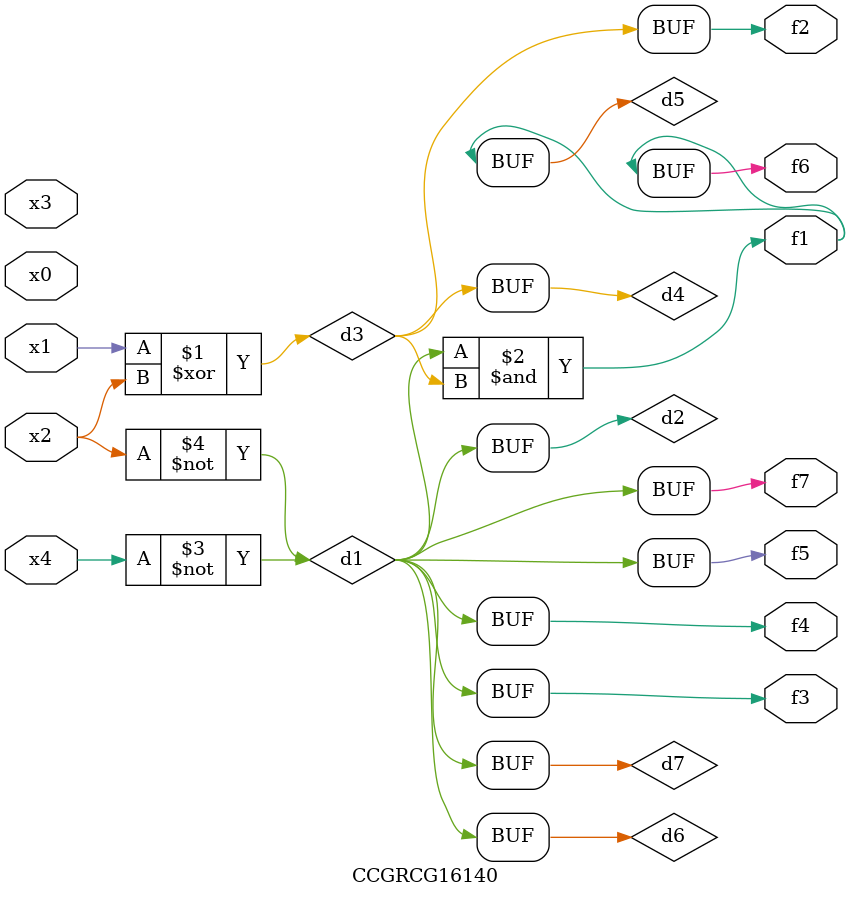
<source format=v>
module CCGRCG16140(
	input x0, x1, x2, x3, x4,
	output f1, f2, f3, f4, f5, f6, f7
);

	wire d1, d2, d3, d4, d5, d6, d7;

	not (d1, x4);
	not (d2, x2);
	xor (d3, x1, x2);
	buf (d4, d3);
	and (d5, d1, d3);
	buf (d6, d1, d2);
	buf (d7, d2);
	assign f1 = d5;
	assign f2 = d4;
	assign f3 = d7;
	assign f4 = d7;
	assign f5 = d7;
	assign f6 = d5;
	assign f7 = d7;
endmodule

</source>
